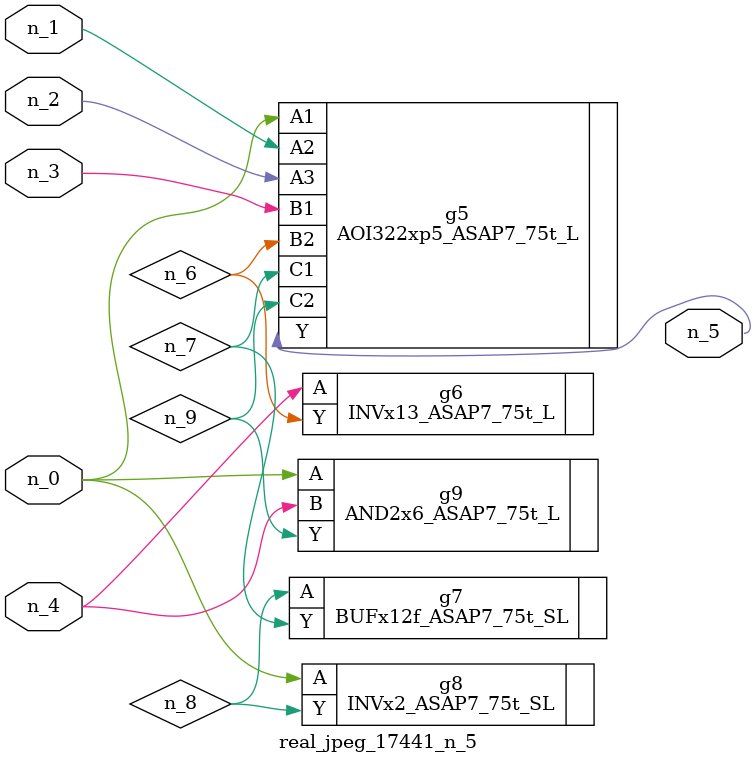
<source format=v>
module real_jpeg_17441_n_5 (n_4, n_0, n_1, n_2, n_3, n_5);

input n_4;
input n_0;
input n_1;
input n_2;
input n_3;

output n_5;

wire n_8;
wire n_6;
wire n_7;
wire n_9;

AOI322xp5_ASAP7_75t_L g5 ( 
.A1(n_0),
.A2(n_1),
.A3(n_2),
.B1(n_3),
.B2(n_6),
.C1(n_7),
.C2(n_9),
.Y(n_5)
);

INVx2_ASAP7_75t_SL g8 ( 
.A(n_0),
.Y(n_8)
);

AND2x6_ASAP7_75t_L g9 ( 
.A(n_0),
.B(n_4),
.Y(n_9)
);

INVx13_ASAP7_75t_L g6 ( 
.A(n_4),
.Y(n_6)
);

BUFx12f_ASAP7_75t_SL g7 ( 
.A(n_8),
.Y(n_7)
);


endmodule
</source>
